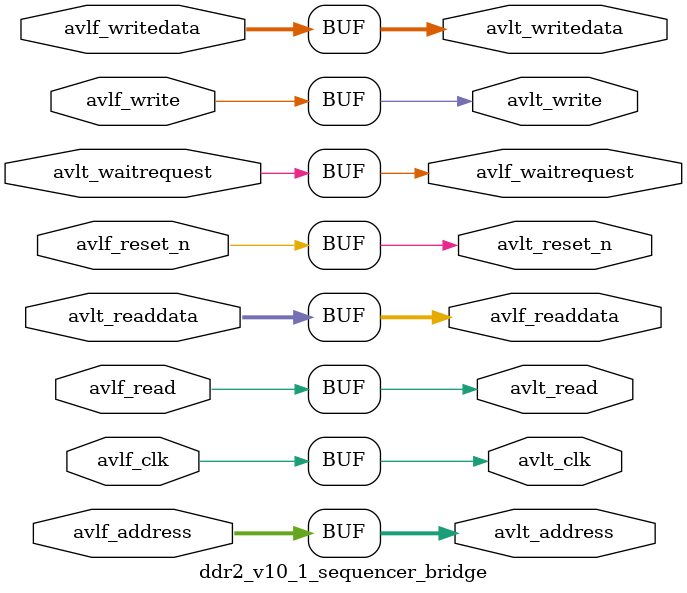
<source format=v>
module ddr2_v10_1_sequencer_bridge (
	// Avalon Interface
	
	avlf_clk,
	avlf_reset_n,
	avlf_address,
	avlf_write,
	avlf_writedata,
	avlf_read,
	avlf_readdata,
	avlf_waitrequest,

	// PHY control

	avlt_clk,
	avlt_reset_n,
	avlt_address,
	avlt_write,
	avlt_writedata,
	avlt_read,
	avlt_readdata,
	avlt_waitrequest
);

	parameter AVL_DATA_WIDTH = 32;
	parameter AVL_ADDR_WIDTH = 16;

	input avlf_clk;
	input avlf_reset_n;
	input [AVL_ADDR_WIDTH - 1:0] avlf_address;
	input avlf_write;
	input [AVL_DATA_WIDTH - 1:0] avlf_writedata;
	input avlf_read;
	output [AVL_DATA_WIDTH - 1:0] avlf_readdata;
	output avlf_waitrequest;

	output avlt_clk;
	output avlt_reset_n;
	output [AVL_ADDR_WIDTH - 1:0] avlt_address;
	output avlt_write;
	output [AVL_DATA_WIDTH - 1:0] avlt_writedata;
	output avlt_read;
	input [AVL_DATA_WIDTH - 1:0] avlt_readdata;
	input avlt_waitrequest;

	assign avlt_clk = avlf_clk;
	assign avlt_reset_n = avlf_reset_n;
	assign avlt_address = avlf_address;
	assign avlt_write = avlf_write;
	assign avlt_writedata = avlf_writedata;
	assign avlt_read = avlf_read;
	assign avlf_readdata = avlt_readdata;
	assign avlf_waitrequest = avlt_waitrequest;

endmodule

</source>
